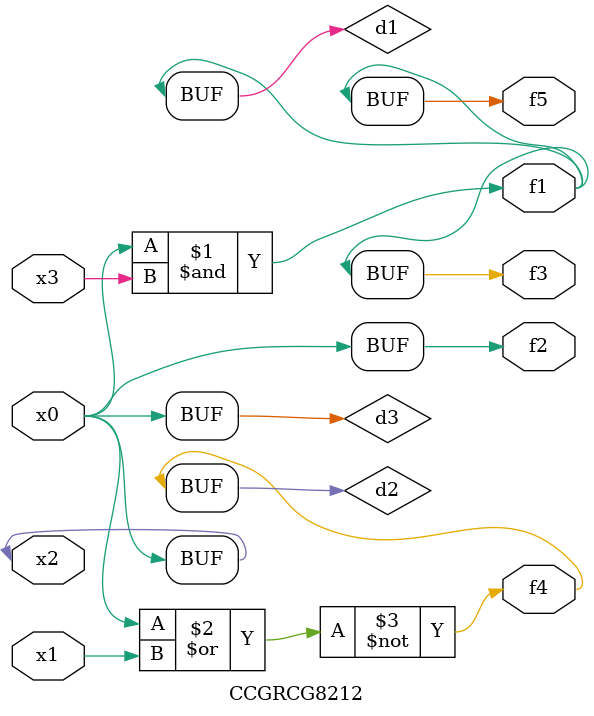
<source format=v>
module CCGRCG8212(
	input x0, x1, x2, x3,
	output f1, f2, f3, f4, f5
);

	wire d1, d2, d3;

	and (d1, x2, x3);
	nor (d2, x0, x1);
	buf (d3, x0, x2);
	assign f1 = d1;
	assign f2 = d3;
	assign f3 = d1;
	assign f4 = d2;
	assign f5 = d1;
endmodule

</source>
